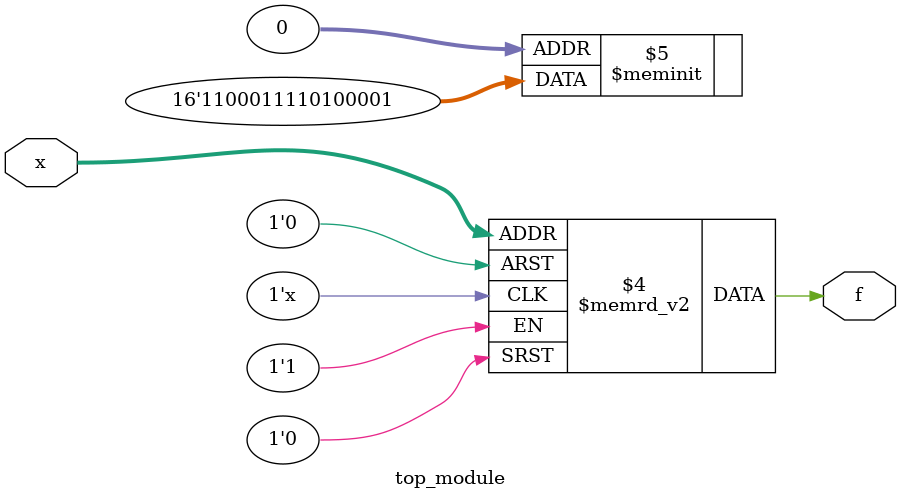
<source format=sv>
module top_module (
    input [4:1] x,
    output logic f
);

    always_comb begin
        case (x)
            4'b0001, 4'b0010, 4'b0011, 4'b0100, 4'b0110, 4'b1011, 4'b1100, 4'b1101: f = 0;
            4'b0101, 4'b0111, 4'b1000, 4'b1001, 4'b1010, 4'b1110: f = 1;
            default: f = 1; // Choose convenient value for don't-care conditions
        endcase
    end

endmodule

</source>
